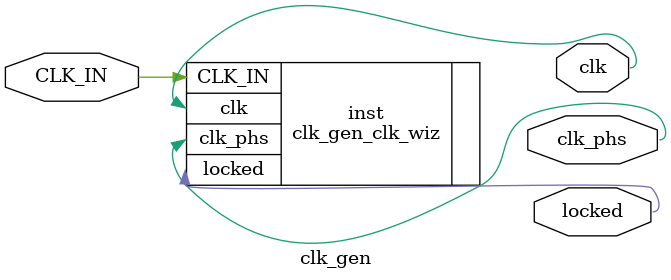
<source format=v>


`timescale 1ps/1ps

(* CORE_GENERATION_INFO = "clk_gen,clk_wiz_v5_3_3_0,{component_name=clk_gen,use_phase_alignment=true,use_min_o_jitter=false,use_max_i_jitter=false,use_dyn_phase_shift=false,use_inclk_switchover=false,use_dyn_reconfig=false,enable_axi=0,feedback_source=FDBK_AUTO,PRIMITIVE=MMCM,num_out_clk=2,clkin1_period=40.0,clkin2_period=10.0,use_power_down=false,use_reset=false,use_locked=true,use_inclk_stopped=false,feedback_type=SINGLE,CLOCK_MGR_TYPE=NA,manual_override=false}" *)

module clk_gen 
 (
  // Clock out ports
  output        clk,
  output        clk_phs,
  // Status and control signals
  output        locked,
 // Clock in ports
  input         CLK_IN
 );

  clk_gen_clk_wiz inst
  (
  // Clock out ports  
  .clk(clk),
  .clk_phs(clk_phs),
  // Status and control signals               
  .locked(locked),
 // Clock in ports
  .CLK_IN(CLK_IN)
  );

endmodule

</source>
